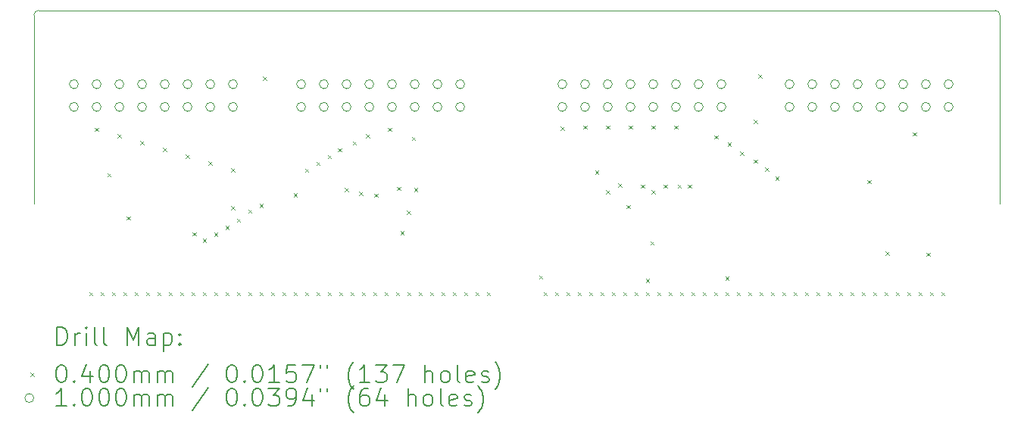
<source format=gbr>
%TF.GenerationSoftware,KiCad,Pcbnew,7.0.9*%
%TF.CreationDate,2024-01-22T22:05:12+01:00*%
%TF.ProjectId,simm72,73696d6d-3732-42e6-9b69-6361645f7063,A*%
%TF.SameCoordinates,Original*%
%TF.FileFunction,Drillmap*%
%TF.FilePolarity,Positive*%
%FSLAX45Y45*%
G04 Gerber Fmt 4.5, Leading zero omitted, Abs format (unit mm)*
G04 Created by KiCad (PCBNEW 7.0.9) date 2024-01-22 22:05:12*
%MOMM*%
%LPD*%
G01*
G04 APERTURE LIST*
%ADD10C,0.050000*%
%ADD11C,0.200000*%
%ADD12C,0.100000*%
G04 APERTURE END LIST*
D10*
X5153300Y-8115500D02*
G75*
G03*
X5102500Y-8166300I0J-50800D01*
G01*
X15897500Y-8166300D02*
G75*
G03*
X15846700Y-8115500I-50800J0D01*
G01*
X15897500Y-8417760D02*
X15897580Y-10274500D01*
X5102500Y-8417760D02*
X5102500Y-8166300D01*
X15897500Y-8417760D02*
X15897500Y-8166300D01*
X5102500Y-8417760D02*
X5102580Y-10274500D01*
X15846700Y-8115500D02*
X5153300Y-8115500D01*
D11*
D12*
X5717500Y-11265420D02*
X5757500Y-11305420D01*
X5757500Y-11265420D02*
X5717500Y-11305420D01*
X5782500Y-9429000D02*
X5822500Y-9469000D01*
X5822500Y-9429000D02*
X5782500Y-9469000D01*
X5844500Y-11265420D02*
X5884500Y-11305420D01*
X5884500Y-11265420D02*
X5844500Y-11305420D01*
X5920700Y-9937000D02*
X5960700Y-9977000D01*
X5960700Y-9937000D02*
X5920700Y-9977000D01*
X5971500Y-11265420D02*
X6011500Y-11305420D01*
X6011500Y-11265420D02*
X5971500Y-11305420D01*
X6036500Y-9501450D02*
X6076500Y-9541450D01*
X6076500Y-9501450D02*
X6036500Y-9541450D01*
X6098500Y-11265420D02*
X6138500Y-11305420D01*
X6138500Y-11265420D02*
X6098500Y-11305420D01*
X6136600Y-10419600D02*
X6176600Y-10459600D01*
X6176600Y-10419600D02*
X6136600Y-10459600D01*
X6225500Y-11265420D02*
X6265500Y-11305420D01*
X6265500Y-11265420D02*
X6225500Y-11305420D01*
X6290500Y-9573900D02*
X6330500Y-9613900D01*
X6330500Y-9573900D02*
X6290500Y-9613900D01*
X6352500Y-11265420D02*
X6392500Y-11305420D01*
X6392500Y-11265420D02*
X6352500Y-11305420D01*
X6479500Y-11265420D02*
X6519500Y-11305420D01*
X6519500Y-11265420D02*
X6479500Y-11305420D01*
X6544500Y-9653850D02*
X6584500Y-9693850D01*
X6584500Y-9653850D02*
X6544500Y-9693850D01*
X6606500Y-11265420D02*
X6646500Y-11305420D01*
X6646500Y-11265420D02*
X6606500Y-11305420D01*
X6733500Y-11265420D02*
X6773500Y-11305420D01*
X6773500Y-11265420D02*
X6733500Y-11305420D01*
X6798500Y-9730050D02*
X6838500Y-9770050D01*
X6838500Y-9730050D02*
X6798500Y-9770050D01*
X6860500Y-11265420D02*
X6900500Y-11305420D01*
X6900500Y-11265420D02*
X6860500Y-11305420D01*
X6873200Y-10597400D02*
X6913200Y-10637400D01*
X6913200Y-10597400D02*
X6873200Y-10637400D01*
X6987500Y-10670470D02*
X7027500Y-10710470D01*
X7027500Y-10670470D02*
X6987500Y-10710470D01*
X6987500Y-11265420D02*
X7027500Y-11305420D01*
X7027500Y-11265420D02*
X6987500Y-11305420D01*
X7052500Y-9806250D02*
X7092500Y-9846250D01*
X7092500Y-9806250D02*
X7052500Y-9846250D01*
X7114500Y-10598020D02*
X7154500Y-10638020D01*
X7154500Y-10598020D02*
X7114500Y-10638020D01*
X7114500Y-11265420D02*
X7154500Y-11305420D01*
X7154500Y-11265420D02*
X7114500Y-11305420D01*
X7241500Y-10525570D02*
X7281500Y-10565570D01*
X7281500Y-10525570D02*
X7241500Y-10565570D01*
X7241500Y-11265420D02*
X7281500Y-11305420D01*
X7281500Y-11265420D02*
X7241500Y-11305420D01*
X7305000Y-10305300D02*
X7345000Y-10345300D01*
X7345000Y-10305300D02*
X7305000Y-10345300D01*
X7306500Y-9882450D02*
X7346500Y-9922450D01*
X7346500Y-9882450D02*
X7306500Y-9922450D01*
X7368500Y-10445000D02*
X7408500Y-10485000D01*
X7408500Y-10445000D02*
X7368500Y-10485000D01*
X7368500Y-11265420D02*
X7408500Y-11305420D01*
X7408500Y-11265420D02*
X7368500Y-11305420D01*
X7495500Y-10343400D02*
X7535500Y-10383400D01*
X7535500Y-10343400D02*
X7495500Y-10383400D01*
X7495500Y-11265420D02*
X7535500Y-11305420D01*
X7535500Y-11265420D02*
X7495500Y-11305420D01*
X7622500Y-10279900D02*
X7662500Y-10319900D01*
X7662500Y-10279900D02*
X7622500Y-10319900D01*
X7622500Y-11265420D02*
X7662500Y-11305420D01*
X7662500Y-11265420D02*
X7622500Y-11305420D01*
X7660600Y-8857500D02*
X7700600Y-8897500D01*
X7700600Y-8857500D02*
X7660600Y-8897500D01*
X7749500Y-11265420D02*
X7789500Y-11305420D01*
X7789500Y-11265420D02*
X7749500Y-11305420D01*
X7876500Y-11265420D02*
X7916500Y-11305420D01*
X7916500Y-11265420D02*
X7876500Y-11305420D01*
X8003500Y-10160520D02*
X8043500Y-10200520D01*
X8043500Y-10160520D02*
X8003500Y-10200520D01*
X8003500Y-11265420D02*
X8043500Y-11305420D01*
X8043500Y-11265420D02*
X8003500Y-11305420D01*
X8130500Y-9886200D02*
X8170500Y-9926200D01*
X8170500Y-9886200D02*
X8130500Y-9926200D01*
X8130500Y-11265420D02*
X8170500Y-11305420D01*
X8170500Y-11265420D02*
X8130500Y-11305420D01*
X8257500Y-9810000D02*
X8297500Y-9850000D01*
X8297500Y-9810000D02*
X8257500Y-9850000D01*
X8257500Y-11265420D02*
X8297500Y-11305420D01*
X8297500Y-11265420D02*
X8257500Y-11305420D01*
X8384500Y-9733800D02*
X8424500Y-9773800D01*
X8424500Y-9733800D02*
X8384500Y-9773800D01*
X8384500Y-11265420D02*
X8424500Y-11305420D01*
X8424500Y-11265420D02*
X8384500Y-11305420D01*
X8498800Y-9657600D02*
X8538800Y-9697600D01*
X8538800Y-9657600D02*
X8498800Y-9697600D01*
X8511500Y-11265420D02*
X8551500Y-11305420D01*
X8551500Y-11265420D02*
X8511500Y-11305420D01*
X8576500Y-10102100D02*
X8616500Y-10142100D01*
X8616500Y-10102100D02*
X8576500Y-10142100D01*
X8638500Y-11265420D02*
X8678500Y-11305420D01*
X8678500Y-11265420D02*
X8638500Y-11305420D01*
X8663900Y-9581400D02*
X8703900Y-9621400D01*
X8703900Y-9581400D02*
X8663900Y-9621400D01*
X8733750Y-10146550D02*
X8773750Y-10186550D01*
X8773750Y-10146550D02*
X8733750Y-10186550D01*
X8765500Y-11265420D02*
X8805500Y-11305420D01*
X8805500Y-11265420D02*
X8765500Y-11305420D01*
X8812550Y-9501450D02*
X8852550Y-9541450D01*
X8852550Y-9501450D02*
X8812550Y-9541450D01*
X8892500Y-11265420D02*
X8932500Y-11305420D01*
X8932500Y-11265420D02*
X8892500Y-11305420D01*
X8905200Y-10165600D02*
X8945200Y-10205600D01*
X8945200Y-10165600D02*
X8905200Y-10205600D01*
X9019500Y-11265420D02*
X9059500Y-11305420D01*
X9059500Y-11265420D02*
X9019500Y-11305420D01*
X9057600Y-9429000D02*
X9097600Y-9469000D01*
X9097600Y-9429000D02*
X9057600Y-9469000D01*
X9146500Y-11265420D02*
X9186500Y-11305420D01*
X9186500Y-11265420D02*
X9146500Y-11305420D01*
X9159200Y-10089400D02*
X9199200Y-10129400D01*
X9199200Y-10089400D02*
X9159200Y-10129400D01*
X9197300Y-10584700D02*
X9237300Y-10624700D01*
X9237300Y-10584700D02*
X9197300Y-10624700D01*
X9271720Y-10354320D02*
X9311720Y-10394320D01*
X9311720Y-10354320D02*
X9271720Y-10394320D01*
X9273500Y-11265420D02*
X9313500Y-11305420D01*
X9313500Y-11265420D02*
X9273500Y-11305420D01*
X9324300Y-9530600D02*
X9364300Y-9570600D01*
X9364300Y-9530600D02*
X9324300Y-9570600D01*
X9349700Y-10102100D02*
X9389700Y-10142100D01*
X9389700Y-10102100D02*
X9349700Y-10142100D01*
X9400500Y-11265420D02*
X9440500Y-11305420D01*
X9440500Y-11265420D02*
X9400500Y-11305420D01*
X9527500Y-11265420D02*
X9567500Y-11305420D01*
X9567500Y-11265420D02*
X9527500Y-11305420D01*
X9654500Y-11265420D02*
X9694500Y-11305420D01*
X9694500Y-11265420D02*
X9654500Y-11305420D01*
X9781500Y-11265420D02*
X9821500Y-11305420D01*
X9821500Y-11265420D02*
X9781500Y-11305420D01*
X9908500Y-11265420D02*
X9948500Y-11305420D01*
X9948500Y-11265420D02*
X9908500Y-11305420D01*
X10035500Y-11265420D02*
X10075500Y-11305420D01*
X10075500Y-11265420D02*
X10035500Y-11305420D01*
X10162500Y-11265420D02*
X10202500Y-11305420D01*
X10202500Y-11265420D02*
X10162500Y-11305420D01*
X10746700Y-11080000D02*
X10786700Y-11120000D01*
X10786700Y-11080000D02*
X10746700Y-11120000D01*
X10797500Y-11265420D02*
X10837500Y-11305420D01*
X10837500Y-11265420D02*
X10797500Y-11305420D01*
X10924500Y-11265420D02*
X10964500Y-11305420D01*
X10964500Y-11265420D02*
X10924500Y-11305420D01*
X10988000Y-9416300D02*
X11028000Y-9456300D01*
X11028000Y-9416300D02*
X10988000Y-9456300D01*
X11051500Y-11265420D02*
X11091500Y-11305420D01*
X11091500Y-11265420D02*
X11051500Y-11305420D01*
X11178500Y-11265420D02*
X11218500Y-11305420D01*
X11218500Y-11265420D02*
X11178500Y-11305420D01*
X11242000Y-9403600D02*
X11282000Y-9443600D01*
X11282000Y-9403600D02*
X11242000Y-9443600D01*
X11305500Y-11265420D02*
X11345500Y-11305420D01*
X11345500Y-11265420D02*
X11305500Y-11305420D01*
X11374920Y-9905680D02*
X11414920Y-9945680D01*
X11414920Y-9905680D02*
X11374920Y-9945680D01*
X11432500Y-11265420D02*
X11472500Y-11305420D01*
X11472500Y-11265420D02*
X11432500Y-11305420D01*
X11496000Y-9403600D02*
X11536000Y-9443600D01*
X11536000Y-9403600D02*
X11496000Y-9443600D01*
X11496000Y-10127500D02*
X11536000Y-10167500D01*
X11536000Y-10127500D02*
X11496000Y-10167500D01*
X11559500Y-11265420D02*
X11599500Y-11305420D01*
X11599500Y-11265420D02*
X11559500Y-11305420D01*
X11632500Y-10051300D02*
X11672500Y-10091300D01*
X11672500Y-10051300D02*
X11632500Y-10091300D01*
X11686500Y-11265420D02*
X11726500Y-11305420D01*
X11726500Y-11265420D02*
X11686500Y-11305420D01*
X11724600Y-10292600D02*
X11764600Y-10332600D01*
X11764600Y-10292600D02*
X11724600Y-10332600D01*
X11750000Y-9403600D02*
X11790000Y-9443600D01*
X11790000Y-9403600D02*
X11750000Y-9443600D01*
X11813500Y-11265420D02*
X11853500Y-11305420D01*
X11853500Y-11265420D02*
X11813500Y-11305420D01*
X11886500Y-10064000D02*
X11926500Y-10104000D01*
X11926500Y-10064000D02*
X11886500Y-10104000D01*
X11940500Y-11118100D02*
X11980500Y-11158100D01*
X11980500Y-11118100D02*
X11940500Y-11158100D01*
X11940500Y-11265420D02*
X11980500Y-11305420D01*
X11980500Y-11265420D02*
X11940500Y-11305420D01*
X11991300Y-10699000D02*
X12031300Y-10739000D01*
X12031300Y-10699000D02*
X11991300Y-10739000D01*
X12004000Y-9403600D02*
X12044000Y-9443600D01*
X12044000Y-9403600D02*
X12004000Y-9443600D01*
X12004000Y-10127500D02*
X12044000Y-10167500D01*
X12044000Y-10127500D02*
X12004000Y-10167500D01*
X12067500Y-11265420D02*
X12107500Y-11305420D01*
X12107500Y-11265420D02*
X12067500Y-11305420D01*
X12140500Y-10064000D02*
X12180500Y-10104000D01*
X12180500Y-10064000D02*
X12140500Y-10104000D01*
X12194500Y-11265420D02*
X12234500Y-11305420D01*
X12234500Y-11265420D02*
X12194500Y-11305420D01*
X12258000Y-9403600D02*
X12298000Y-9443600D01*
X12298000Y-9403600D02*
X12258000Y-9443600D01*
X12296100Y-10064000D02*
X12336100Y-10104000D01*
X12336100Y-10064000D02*
X12296100Y-10104000D01*
X12321500Y-11265420D02*
X12361500Y-11305420D01*
X12361500Y-11265420D02*
X12321500Y-11305420D01*
X12410400Y-10064000D02*
X12450400Y-10104000D01*
X12450400Y-10064000D02*
X12410400Y-10104000D01*
X12448500Y-11265420D02*
X12488500Y-11305420D01*
X12488500Y-11265420D02*
X12448500Y-11305420D01*
X12575500Y-11265420D02*
X12615500Y-11305420D01*
X12615500Y-11265420D02*
X12575500Y-11305420D01*
X12702500Y-11265420D02*
X12742500Y-11305420D01*
X12742500Y-11265420D02*
X12702500Y-11305420D01*
X12709280Y-9511980D02*
X12749280Y-9551980D01*
X12749280Y-9511980D02*
X12709280Y-9551980D01*
X12829500Y-11092700D02*
X12869500Y-11132700D01*
X12869500Y-11092700D02*
X12829500Y-11132700D01*
X12829500Y-11265420D02*
X12869500Y-11305420D01*
X12869500Y-11265420D02*
X12829500Y-11305420D01*
X12854900Y-9594100D02*
X12894900Y-9634100D01*
X12894900Y-9594100D02*
X12854900Y-9634100D01*
X12956500Y-11265420D02*
X12996500Y-11305420D01*
X12996500Y-11265420D02*
X12956500Y-11305420D01*
X12994600Y-9695700D02*
X13034600Y-9735700D01*
X13034600Y-9695700D02*
X12994600Y-9735700D01*
X13083500Y-11265420D02*
X13123500Y-11305420D01*
X13123500Y-11265420D02*
X13083500Y-11305420D01*
X13147000Y-9340100D02*
X13187000Y-9380100D01*
X13187000Y-9340100D02*
X13147000Y-9380100D01*
X13147000Y-9784600D02*
X13187000Y-9824600D01*
X13187000Y-9784600D02*
X13147000Y-9824600D01*
X13197800Y-8832100D02*
X13237800Y-8872100D01*
X13237800Y-8832100D02*
X13197800Y-8872100D01*
X13210500Y-11265420D02*
X13250500Y-11305420D01*
X13250500Y-11265420D02*
X13210500Y-11305420D01*
X13274000Y-9873500D02*
X13314000Y-9913500D01*
X13314000Y-9873500D02*
X13274000Y-9913500D01*
X13337500Y-11265420D02*
X13377500Y-11305420D01*
X13377500Y-11265420D02*
X13337500Y-11305420D01*
X13388300Y-9975100D02*
X13428300Y-10015100D01*
X13428300Y-9975100D02*
X13388300Y-10015100D01*
X13464500Y-11265420D02*
X13504500Y-11305420D01*
X13504500Y-11265420D02*
X13464500Y-11305420D01*
X13591500Y-11265420D02*
X13631500Y-11305420D01*
X13631500Y-11265420D02*
X13591500Y-11305420D01*
X13718500Y-11265420D02*
X13758500Y-11305420D01*
X13758500Y-11265420D02*
X13718500Y-11305420D01*
X13845500Y-11265420D02*
X13885500Y-11305420D01*
X13885500Y-11265420D02*
X13845500Y-11305420D01*
X13972500Y-11265420D02*
X14012500Y-11305420D01*
X14012500Y-11265420D02*
X13972500Y-11305420D01*
X14099500Y-11265420D02*
X14139500Y-11305420D01*
X14139500Y-11265420D02*
X14099500Y-11305420D01*
X14226500Y-11265420D02*
X14266500Y-11305420D01*
X14266500Y-11265420D02*
X14226500Y-11305420D01*
X14353500Y-11265420D02*
X14393500Y-11305420D01*
X14393500Y-11265420D02*
X14353500Y-11305420D01*
X14417000Y-10013200D02*
X14457000Y-10053200D01*
X14457000Y-10013200D02*
X14417000Y-10053200D01*
X14480500Y-11265420D02*
X14520500Y-11305420D01*
X14520500Y-11265420D02*
X14480500Y-11305420D01*
X14607500Y-11265420D02*
X14647500Y-11305420D01*
X14647500Y-11265420D02*
X14607500Y-11305420D01*
X14620200Y-10813300D02*
X14660200Y-10853300D01*
X14660200Y-10813300D02*
X14620200Y-10853300D01*
X14734500Y-11265420D02*
X14774500Y-11305420D01*
X14774500Y-11265420D02*
X14734500Y-11305420D01*
X14861500Y-11265420D02*
X14901500Y-11305420D01*
X14901500Y-11265420D02*
X14861500Y-11305420D01*
X14925000Y-9479800D02*
X14965000Y-9519800D01*
X14965000Y-9479800D02*
X14925000Y-9519800D01*
X14988500Y-11265420D02*
X15028500Y-11305420D01*
X15028500Y-11265420D02*
X14988500Y-11305420D01*
X15077400Y-10826000D02*
X15117400Y-10866000D01*
X15117400Y-10826000D02*
X15077400Y-10866000D01*
X15115500Y-11265420D02*
X15155500Y-11305420D01*
X15155500Y-11265420D02*
X15115500Y-11305420D01*
X15242500Y-11265420D02*
X15282500Y-11305420D01*
X15282500Y-11265420D02*
X15242500Y-11305420D01*
X5598500Y-8941500D02*
G75*
G03*
X5598500Y-8941500I-50000J0D01*
G01*
X5598500Y-9195500D02*
G75*
G03*
X5598500Y-9195500I-50000J0D01*
G01*
X5852500Y-8941500D02*
G75*
G03*
X5852500Y-8941500I-50000J0D01*
G01*
X5852500Y-9195500D02*
G75*
G03*
X5852500Y-9195500I-50000J0D01*
G01*
X6106500Y-8941500D02*
G75*
G03*
X6106500Y-8941500I-50000J0D01*
G01*
X6106500Y-9195500D02*
G75*
G03*
X6106500Y-9195500I-50000J0D01*
G01*
X6360500Y-8941500D02*
G75*
G03*
X6360500Y-8941500I-50000J0D01*
G01*
X6360500Y-9195500D02*
G75*
G03*
X6360500Y-9195500I-50000J0D01*
G01*
X6614500Y-8941500D02*
G75*
G03*
X6614500Y-8941500I-50000J0D01*
G01*
X6614500Y-9195500D02*
G75*
G03*
X6614500Y-9195500I-50000J0D01*
G01*
X6868500Y-8941500D02*
G75*
G03*
X6868500Y-8941500I-50000J0D01*
G01*
X6868500Y-9195500D02*
G75*
G03*
X6868500Y-9195500I-50000J0D01*
G01*
X7122500Y-8941500D02*
G75*
G03*
X7122500Y-8941500I-50000J0D01*
G01*
X7122500Y-9195500D02*
G75*
G03*
X7122500Y-9195500I-50000J0D01*
G01*
X7376500Y-8941500D02*
G75*
G03*
X7376500Y-8941500I-50000J0D01*
G01*
X7376500Y-9195500D02*
G75*
G03*
X7376500Y-9195500I-50000J0D01*
G01*
X8138500Y-8941500D02*
G75*
G03*
X8138500Y-8941500I-50000J0D01*
G01*
X8138500Y-9195500D02*
G75*
G03*
X8138500Y-9195500I-50000J0D01*
G01*
X8392500Y-8941500D02*
G75*
G03*
X8392500Y-8941500I-50000J0D01*
G01*
X8392500Y-9195500D02*
G75*
G03*
X8392500Y-9195500I-50000J0D01*
G01*
X8646500Y-8941500D02*
G75*
G03*
X8646500Y-8941500I-50000J0D01*
G01*
X8646500Y-9195500D02*
G75*
G03*
X8646500Y-9195500I-50000J0D01*
G01*
X8900500Y-8941500D02*
G75*
G03*
X8900500Y-8941500I-50000J0D01*
G01*
X8900500Y-9195500D02*
G75*
G03*
X8900500Y-9195500I-50000J0D01*
G01*
X9154500Y-8941500D02*
G75*
G03*
X9154500Y-8941500I-50000J0D01*
G01*
X9154500Y-9195500D02*
G75*
G03*
X9154500Y-9195500I-50000J0D01*
G01*
X9408500Y-8941500D02*
G75*
G03*
X9408500Y-8941500I-50000J0D01*
G01*
X9408500Y-9195500D02*
G75*
G03*
X9408500Y-9195500I-50000J0D01*
G01*
X9662500Y-8941500D02*
G75*
G03*
X9662500Y-8941500I-50000J0D01*
G01*
X9662500Y-9195500D02*
G75*
G03*
X9662500Y-9195500I-50000J0D01*
G01*
X9916500Y-8941500D02*
G75*
G03*
X9916500Y-8941500I-50000J0D01*
G01*
X9916500Y-9195500D02*
G75*
G03*
X9916500Y-9195500I-50000J0D01*
G01*
X11058000Y-8941500D02*
G75*
G03*
X11058000Y-8941500I-50000J0D01*
G01*
X11058000Y-9195500D02*
G75*
G03*
X11058000Y-9195500I-50000J0D01*
G01*
X11312000Y-8941500D02*
G75*
G03*
X11312000Y-8941500I-50000J0D01*
G01*
X11312000Y-9195500D02*
G75*
G03*
X11312000Y-9195500I-50000J0D01*
G01*
X11566000Y-8941500D02*
G75*
G03*
X11566000Y-8941500I-50000J0D01*
G01*
X11566000Y-9195500D02*
G75*
G03*
X11566000Y-9195500I-50000J0D01*
G01*
X11820000Y-8941500D02*
G75*
G03*
X11820000Y-8941500I-50000J0D01*
G01*
X11820000Y-9195500D02*
G75*
G03*
X11820000Y-9195500I-50000J0D01*
G01*
X12074000Y-8941500D02*
G75*
G03*
X12074000Y-8941500I-50000J0D01*
G01*
X12074000Y-9195500D02*
G75*
G03*
X12074000Y-9195500I-50000J0D01*
G01*
X12328000Y-8941500D02*
G75*
G03*
X12328000Y-8941500I-50000J0D01*
G01*
X12328000Y-9195500D02*
G75*
G03*
X12328000Y-9195500I-50000J0D01*
G01*
X12582000Y-8941500D02*
G75*
G03*
X12582000Y-8941500I-50000J0D01*
G01*
X12582000Y-9195500D02*
G75*
G03*
X12582000Y-9195500I-50000J0D01*
G01*
X12836000Y-8941500D02*
G75*
G03*
X12836000Y-8941500I-50000J0D01*
G01*
X12836000Y-9195500D02*
G75*
G03*
X12836000Y-9195500I-50000J0D01*
G01*
X13598000Y-8941500D02*
G75*
G03*
X13598000Y-8941500I-50000J0D01*
G01*
X13598000Y-9195500D02*
G75*
G03*
X13598000Y-9195500I-50000J0D01*
G01*
X13852000Y-8941500D02*
G75*
G03*
X13852000Y-8941500I-50000J0D01*
G01*
X13852000Y-9195500D02*
G75*
G03*
X13852000Y-9195500I-50000J0D01*
G01*
X14106000Y-8941500D02*
G75*
G03*
X14106000Y-8941500I-50000J0D01*
G01*
X14106000Y-9195500D02*
G75*
G03*
X14106000Y-9195500I-50000J0D01*
G01*
X14360000Y-8941500D02*
G75*
G03*
X14360000Y-8941500I-50000J0D01*
G01*
X14360000Y-9195500D02*
G75*
G03*
X14360000Y-9195500I-50000J0D01*
G01*
X14614000Y-8941500D02*
G75*
G03*
X14614000Y-8941500I-50000J0D01*
G01*
X14614000Y-9195500D02*
G75*
G03*
X14614000Y-9195500I-50000J0D01*
G01*
X14868000Y-8941500D02*
G75*
G03*
X14868000Y-8941500I-50000J0D01*
G01*
X14868000Y-9195500D02*
G75*
G03*
X14868000Y-9195500I-50000J0D01*
G01*
X15122000Y-8941500D02*
G75*
G03*
X15122000Y-8941500I-50000J0D01*
G01*
X15122000Y-9195500D02*
G75*
G03*
X15122000Y-9195500I-50000J0D01*
G01*
X15376000Y-8941500D02*
G75*
G03*
X15376000Y-8941500I-50000J0D01*
G01*
X15376000Y-9195500D02*
G75*
G03*
X15376000Y-9195500I-50000J0D01*
G01*
D11*
X5360777Y-11858484D02*
X5360777Y-11658484D01*
X5360777Y-11658484D02*
X5408396Y-11658484D01*
X5408396Y-11658484D02*
X5436967Y-11668008D01*
X5436967Y-11668008D02*
X5456015Y-11687055D01*
X5456015Y-11687055D02*
X5465539Y-11706103D01*
X5465539Y-11706103D02*
X5475063Y-11744198D01*
X5475063Y-11744198D02*
X5475063Y-11772769D01*
X5475063Y-11772769D02*
X5465539Y-11810865D01*
X5465539Y-11810865D02*
X5456015Y-11829912D01*
X5456015Y-11829912D02*
X5436967Y-11848960D01*
X5436967Y-11848960D02*
X5408396Y-11858484D01*
X5408396Y-11858484D02*
X5360777Y-11858484D01*
X5560777Y-11858484D02*
X5560777Y-11725150D01*
X5560777Y-11763246D02*
X5570301Y-11744198D01*
X5570301Y-11744198D02*
X5579824Y-11734674D01*
X5579824Y-11734674D02*
X5598872Y-11725150D01*
X5598872Y-11725150D02*
X5617920Y-11725150D01*
X5684586Y-11858484D02*
X5684586Y-11725150D01*
X5684586Y-11658484D02*
X5675062Y-11668008D01*
X5675062Y-11668008D02*
X5684586Y-11677531D01*
X5684586Y-11677531D02*
X5694110Y-11668008D01*
X5694110Y-11668008D02*
X5684586Y-11658484D01*
X5684586Y-11658484D02*
X5684586Y-11677531D01*
X5808396Y-11858484D02*
X5789348Y-11848960D01*
X5789348Y-11848960D02*
X5779824Y-11829912D01*
X5779824Y-11829912D02*
X5779824Y-11658484D01*
X5913158Y-11858484D02*
X5894110Y-11848960D01*
X5894110Y-11848960D02*
X5884586Y-11829912D01*
X5884586Y-11829912D02*
X5884586Y-11658484D01*
X6141729Y-11858484D02*
X6141729Y-11658484D01*
X6141729Y-11658484D02*
X6208396Y-11801341D01*
X6208396Y-11801341D02*
X6275062Y-11658484D01*
X6275062Y-11658484D02*
X6275062Y-11858484D01*
X6456015Y-11858484D02*
X6456015Y-11753722D01*
X6456015Y-11753722D02*
X6446491Y-11734674D01*
X6446491Y-11734674D02*
X6427443Y-11725150D01*
X6427443Y-11725150D02*
X6389348Y-11725150D01*
X6389348Y-11725150D02*
X6370301Y-11734674D01*
X6456015Y-11848960D02*
X6436967Y-11858484D01*
X6436967Y-11858484D02*
X6389348Y-11858484D01*
X6389348Y-11858484D02*
X6370301Y-11848960D01*
X6370301Y-11848960D02*
X6360777Y-11829912D01*
X6360777Y-11829912D02*
X6360777Y-11810865D01*
X6360777Y-11810865D02*
X6370301Y-11791817D01*
X6370301Y-11791817D02*
X6389348Y-11782293D01*
X6389348Y-11782293D02*
X6436967Y-11782293D01*
X6436967Y-11782293D02*
X6456015Y-11772769D01*
X6551253Y-11725150D02*
X6551253Y-11925150D01*
X6551253Y-11734674D02*
X6570301Y-11725150D01*
X6570301Y-11725150D02*
X6608396Y-11725150D01*
X6608396Y-11725150D02*
X6627443Y-11734674D01*
X6627443Y-11734674D02*
X6636967Y-11744198D01*
X6636967Y-11744198D02*
X6646491Y-11763246D01*
X6646491Y-11763246D02*
X6646491Y-11820388D01*
X6646491Y-11820388D02*
X6636967Y-11839436D01*
X6636967Y-11839436D02*
X6627443Y-11848960D01*
X6627443Y-11848960D02*
X6608396Y-11858484D01*
X6608396Y-11858484D02*
X6570301Y-11858484D01*
X6570301Y-11858484D02*
X6551253Y-11848960D01*
X6732205Y-11839436D02*
X6741729Y-11848960D01*
X6741729Y-11848960D02*
X6732205Y-11858484D01*
X6732205Y-11858484D02*
X6722682Y-11848960D01*
X6722682Y-11848960D02*
X6732205Y-11839436D01*
X6732205Y-11839436D02*
X6732205Y-11858484D01*
X6732205Y-11734674D02*
X6741729Y-11744198D01*
X6741729Y-11744198D02*
X6732205Y-11753722D01*
X6732205Y-11753722D02*
X6722682Y-11744198D01*
X6722682Y-11744198D02*
X6732205Y-11734674D01*
X6732205Y-11734674D02*
X6732205Y-11753722D01*
D12*
X5060000Y-12167000D02*
X5100000Y-12207000D01*
X5100000Y-12167000D02*
X5060000Y-12207000D01*
D11*
X5398872Y-12078484D02*
X5417920Y-12078484D01*
X5417920Y-12078484D02*
X5436967Y-12088008D01*
X5436967Y-12088008D02*
X5446491Y-12097531D01*
X5446491Y-12097531D02*
X5456015Y-12116579D01*
X5456015Y-12116579D02*
X5465539Y-12154674D01*
X5465539Y-12154674D02*
X5465539Y-12202293D01*
X5465539Y-12202293D02*
X5456015Y-12240388D01*
X5456015Y-12240388D02*
X5446491Y-12259436D01*
X5446491Y-12259436D02*
X5436967Y-12268960D01*
X5436967Y-12268960D02*
X5417920Y-12278484D01*
X5417920Y-12278484D02*
X5398872Y-12278484D01*
X5398872Y-12278484D02*
X5379824Y-12268960D01*
X5379824Y-12268960D02*
X5370301Y-12259436D01*
X5370301Y-12259436D02*
X5360777Y-12240388D01*
X5360777Y-12240388D02*
X5351253Y-12202293D01*
X5351253Y-12202293D02*
X5351253Y-12154674D01*
X5351253Y-12154674D02*
X5360777Y-12116579D01*
X5360777Y-12116579D02*
X5370301Y-12097531D01*
X5370301Y-12097531D02*
X5379824Y-12088008D01*
X5379824Y-12088008D02*
X5398872Y-12078484D01*
X5551253Y-12259436D02*
X5560777Y-12268960D01*
X5560777Y-12268960D02*
X5551253Y-12278484D01*
X5551253Y-12278484D02*
X5541729Y-12268960D01*
X5541729Y-12268960D02*
X5551253Y-12259436D01*
X5551253Y-12259436D02*
X5551253Y-12278484D01*
X5732205Y-12145150D02*
X5732205Y-12278484D01*
X5684586Y-12068960D02*
X5636967Y-12211817D01*
X5636967Y-12211817D02*
X5760777Y-12211817D01*
X5875062Y-12078484D02*
X5894110Y-12078484D01*
X5894110Y-12078484D02*
X5913158Y-12088008D01*
X5913158Y-12088008D02*
X5922682Y-12097531D01*
X5922682Y-12097531D02*
X5932205Y-12116579D01*
X5932205Y-12116579D02*
X5941729Y-12154674D01*
X5941729Y-12154674D02*
X5941729Y-12202293D01*
X5941729Y-12202293D02*
X5932205Y-12240388D01*
X5932205Y-12240388D02*
X5922682Y-12259436D01*
X5922682Y-12259436D02*
X5913158Y-12268960D01*
X5913158Y-12268960D02*
X5894110Y-12278484D01*
X5894110Y-12278484D02*
X5875062Y-12278484D01*
X5875062Y-12278484D02*
X5856015Y-12268960D01*
X5856015Y-12268960D02*
X5846491Y-12259436D01*
X5846491Y-12259436D02*
X5836967Y-12240388D01*
X5836967Y-12240388D02*
X5827443Y-12202293D01*
X5827443Y-12202293D02*
X5827443Y-12154674D01*
X5827443Y-12154674D02*
X5836967Y-12116579D01*
X5836967Y-12116579D02*
X5846491Y-12097531D01*
X5846491Y-12097531D02*
X5856015Y-12088008D01*
X5856015Y-12088008D02*
X5875062Y-12078484D01*
X6065539Y-12078484D02*
X6084586Y-12078484D01*
X6084586Y-12078484D02*
X6103634Y-12088008D01*
X6103634Y-12088008D02*
X6113158Y-12097531D01*
X6113158Y-12097531D02*
X6122682Y-12116579D01*
X6122682Y-12116579D02*
X6132205Y-12154674D01*
X6132205Y-12154674D02*
X6132205Y-12202293D01*
X6132205Y-12202293D02*
X6122682Y-12240388D01*
X6122682Y-12240388D02*
X6113158Y-12259436D01*
X6113158Y-12259436D02*
X6103634Y-12268960D01*
X6103634Y-12268960D02*
X6084586Y-12278484D01*
X6084586Y-12278484D02*
X6065539Y-12278484D01*
X6065539Y-12278484D02*
X6046491Y-12268960D01*
X6046491Y-12268960D02*
X6036967Y-12259436D01*
X6036967Y-12259436D02*
X6027443Y-12240388D01*
X6027443Y-12240388D02*
X6017920Y-12202293D01*
X6017920Y-12202293D02*
X6017920Y-12154674D01*
X6017920Y-12154674D02*
X6027443Y-12116579D01*
X6027443Y-12116579D02*
X6036967Y-12097531D01*
X6036967Y-12097531D02*
X6046491Y-12088008D01*
X6046491Y-12088008D02*
X6065539Y-12078484D01*
X6217920Y-12278484D02*
X6217920Y-12145150D01*
X6217920Y-12164198D02*
X6227443Y-12154674D01*
X6227443Y-12154674D02*
X6246491Y-12145150D01*
X6246491Y-12145150D02*
X6275063Y-12145150D01*
X6275063Y-12145150D02*
X6294110Y-12154674D01*
X6294110Y-12154674D02*
X6303634Y-12173722D01*
X6303634Y-12173722D02*
X6303634Y-12278484D01*
X6303634Y-12173722D02*
X6313158Y-12154674D01*
X6313158Y-12154674D02*
X6332205Y-12145150D01*
X6332205Y-12145150D02*
X6360777Y-12145150D01*
X6360777Y-12145150D02*
X6379824Y-12154674D01*
X6379824Y-12154674D02*
X6389348Y-12173722D01*
X6389348Y-12173722D02*
X6389348Y-12278484D01*
X6484586Y-12278484D02*
X6484586Y-12145150D01*
X6484586Y-12164198D02*
X6494110Y-12154674D01*
X6494110Y-12154674D02*
X6513158Y-12145150D01*
X6513158Y-12145150D02*
X6541729Y-12145150D01*
X6541729Y-12145150D02*
X6560777Y-12154674D01*
X6560777Y-12154674D02*
X6570301Y-12173722D01*
X6570301Y-12173722D02*
X6570301Y-12278484D01*
X6570301Y-12173722D02*
X6579824Y-12154674D01*
X6579824Y-12154674D02*
X6598872Y-12145150D01*
X6598872Y-12145150D02*
X6627443Y-12145150D01*
X6627443Y-12145150D02*
X6646491Y-12154674D01*
X6646491Y-12154674D02*
X6656015Y-12173722D01*
X6656015Y-12173722D02*
X6656015Y-12278484D01*
X7046491Y-12068960D02*
X6875063Y-12326103D01*
X7303634Y-12078484D02*
X7322682Y-12078484D01*
X7322682Y-12078484D02*
X7341729Y-12088008D01*
X7341729Y-12088008D02*
X7351253Y-12097531D01*
X7351253Y-12097531D02*
X7360777Y-12116579D01*
X7360777Y-12116579D02*
X7370301Y-12154674D01*
X7370301Y-12154674D02*
X7370301Y-12202293D01*
X7370301Y-12202293D02*
X7360777Y-12240388D01*
X7360777Y-12240388D02*
X7351253Y-12259436D01*
X7351253Y-12259436D02*
X7341729Y-12268960D01*
X7341729Y-12268960D02*
X7322682Y-12278484D01*
X7322682Y-12278484D02*
X7303634Y-12278484D01*
X7303634Y-12278484D02*
X7284586Y-12268960D01*
X7284586Y-12268960D02*
X7275063Y-12259436D01*
X7275063Y-12259436D02*
X7265539Y-12240388D01*
X7265539Y-12240388D02*
X7256015Y-12202293D01*
X7256015Y-12202293D02*
X7256015Y-12154674D01*
X7256015Y-12154674D02*
X7265539Y-12116579D01*
X7265539Y-12116579D02*
X7275063Y-12097531D01*
X7275063Y-12097531D02*
X7284586Y-12088008D01*
X7284586Y-12088008D02*
X7303634Y-12078484D01*
X7456015Y-12259436D02*
X7465539Y-12268960D01*
X7465539Y-12268960D02*
X7456015Y-12278484D01*
X7456015Y-12278484D02*
X7446491Y-12268960D01*
X7446491Y-12268960D02*
X7456015Y-12259436D01*
X7456015Y-12259436D02*
X7456015Y-12278484D01*
X7589348Y-12078484D02*
X7608396Y-12078484D01*
X7608396Y-12078484D02*
X7627444Y-12088008D01*
X7627444Y-12088008D02*
X7636967Y-12097531D01*
X7636967Y-12097531D02*
X7646491Y-12116579D01*
X7646491Y-12116579D02*
X7656015Y-12154674D01*
X7656015Y-12154674D02*
X7656015Y-12202293D01*
X7656015Y-12202293D02*
X7646491Y-12240388D01*
X7646491Y-12240388D02*
X7636967Y-12259436D01*
X7636967Y-12259436D02*
X7627444Y-12268960D01*
X7627444Y-12268960D02*
X7608396Y-12278484D01*
X7608396Y-12278484D02*
X7589348Y-12278484D01*
X7589348Y-12278484D02*
X7570301Y-12268960D01*
X7570301Y-12268960D02*
X7560777Y-12259436D01*
X7560777Y-12259436D02*
X7551253Y-12240388D01*
X7551253Y-12240388D02*
X7541729Y-12202293D01*
X7541729Y-12202293D02*
X7541729Y-12154674D01*
X7541729Y-12154674D02*
X7551253Y-12116579D01*
X7551253Y-12116579D02*
X7560777Y-12097531D01*
X7560777Y-12097531D02*
X7570301Y-12088008D01*
X7570301Y-12088008D02*
X7589348Y-12078484D01*
X7846491Y-12278484D02*
X7732206Y-12278484D01*
X7789348Y-12278484D02*
X7789348Y-12078484D01*
X7789348Y-12078484D02*
X7770301Y-12107055D01*
X7770301Y-12107055D02*
X7751253Y-12126103D01*
X7751253Y-12126103D02*
X7732206Y-12135627D01*
X8027444Y-12078484D02*
X7932206Y-12078484D01*
X7932206Y-12078484D02*
X7922682Y-12173722D01*
X7922682Y-12173722D02*
X7932206Y-12164198D01*
X7932206Y-12164198D02*
X7951253Y-12154674D01*
X7951253Y-12154674D02*
X7998872Y-12154674D01*
X7998872Y-12154674D02*
X8017920Y-12164198D01*
X8017920Y-12164198D02*
X8027444Y-12173722D01*
X8027444Y-12173722D02*
X8036967Y-12192769D01*
X8036967Y-12192769D02*
X8036967Y-12240388D01*
X8036967Y-12240388D02*
X8027444Y-12259436D01*
X8027444Y-12259436D02*
X8017920Y-12268960D01*
X8017920Y-12268960D02*
X7998872Y-12278484D01*
X7998872Y-12278484D02*
X7951253Y-12278484D01*
X7951253Y-12278484D02*
X7932206Y-12268960D01*
X7932206Y-12268960D02*
X7922682Y-12259436D01*
X8103634Y-12078484D02*
X8236967Y-12078484D01*
X8236967Y-12078484D02*
X8151253Y-12278484D01*
X8303634Y-12078484D02*
X8303634Y-12116579D01*
X8379825Y-12078484D02*
X8379825Y-12116579D01*
X8675063Y-12354674D02*
X8665539Y-12345150D01*
X8665539Y-12345150D02*
X8646491Y-12316579D01*
X8646491Y-12316579D02*
X8636968Y-12297531D01*
X8636968Y-12297531D02*
X8627444Y-12268960D01*
X8627444Y-12268960D02*
X8617920Y-12221341D01*
X8617920Y-12221341D02*
X8617920Y-12183246D01*
X8617920Y-12183246D02*
X8627444Y-12135627D01*
X8627444Y-12135627D02*
X8636968Y-12107055D01*
X8636968Y-12107055D02*
X8646491Y-12088008D01*
X8646491Y-12088008D02*
X8665539Y-12059436D01*
X8665539Y-12059436D02*
X8675063Y-12049912D01*
X8856015Y-12278484D02*
X8741730Y-12278484D01*
X8798872Y-12278484D02*
X8798872Y-12078484D01*
X8798872Y-12078484D02*
X8779825Y-12107055D01*
X8779825Y-12107055D02*
X8760777Y-12126103D01*
X8760777Y-12126103D02*
X8741730Y-12135627D01*
X8922682Y-12078484D02*
X9046491Y-12078484D01*
X9046491Y-12078484D02*
X8979825Y-12154674D01*
X8979825Y-12154674D02*
X9008396Y-12154674D01*
X9008396Y-12154674D02*
X9027444Y-12164198D01*
X9027444Y-12164198D02*
X9036968Y-12173722D01*
X9036968Y-12173722D02*
X9046491Y-12192769D01*
X9046491Y-12192769D02*
X9046491Y-12240388D01*
X9046491Y-12240388D02*
X9036968Y-12259436D01*
X9036968Y-12259436D02*
X9027444Y-12268960D01*
X9027444Y-12268960D02*
X9008396Y-12278484D01*
X9008396Y-12278484D02*
X8951253Y-12278484D01*
X8951253Y-12278484D02*
X8932206Y-12268960D01*
X8932206Y-12268960D02*
X8922682Y-12259436D01*
X9113158Y-12078484D02*
X9246491Y-12078484D01*
X9246491Y-12078484D02*
X9160777Y-12278484D01*
X9475063Y-12278484D02*
X9475063Y-12078484D01*
X9560777Y-12278484D02*
X9560777Y-12173722D01*
X9560777Y-12173722D02*
X9551253Y-12154674D01*
X9551253Y-12154674D02*
X9532206Y-12145150D01*
X9532206Y-12145150D02*
X9503634Y-12145150D01*
X9503634Y-12145150D02*
X9484587Y-12154674D01*
X9484587Y-12154674D02*
X9475063Y-12164198D01*
X9684587Y-12278484D02*
X9665539Y-12268960D01*
X9665539Y-12268960D02*
X9656015Y-12259436D01*
X9656015Y-12259436D02*
X9646492Y-12240388D01*
X9646492Y-12240388D02*
X9646492Y-12183246D01*
X9646492Y-12183246D02*
X9656015Y-12164198D01*
X9656015Y-12164198D02*
X9665539Y-12154674D01*
X9665539Y-12154674D02*
X9684587Y-12145150D01*
X9684587Y-12145150D02*
X9713158Y-12145150D01*
X9713158Y-12145150D02*
X9732206Y-12154674D01*
X9732206Y-12154674D02*
X9741730Y-12164198D01*
X9741730Y-12164198D02*
X9751253Y-12183246D01*
X9751253Y-12183246D02*
X9751253Y-12240388D01*
X9751253Y-12240388D02*
X9741730Y-12259436D01*
X9741730Y-12259436D02*
X9732206Y-12268960D01*
X9732206Y-12268960D02*
X9713158Y-12278484D01*
X9713158Y-12278484D02*
X9684587Y-12278484D01*
X9865539Y-12278484D02*
X9846492Y-12268960D01*
X9846492Y-12268960D02*
X9836968Y-12249912D01*
X9836968Y-12249912D02*
X9836968Y-12078484D01*
X10017920Y-12268960D02*
X9998873Y-12278484D01*
X9998873Y-12278484D02*
X9960777Y-12278484D01*
X9960777Y-12278484D02*
X9941730Y-12268960D01*
X9941730Y-12268960D02*
X9932206Y-12249912D01*
X9932206Y-12249912D02*
X9932206Y-12173722D01*
X9932206Y-12173722D02*
X9941730Y-12154674D01*
X9941730Y-12154674D02*
X9960777Y-12145150D01*
X9960777Y-12145150D02*
X9998873Y-12145150D01*
X9998873Y-12145150D02*
X10017920Y-12154674D01*
X10017920Y-12154674D02*
X10027444Y-12173722D01*
X10027444Y-12173722D02*
X10027444Y-12192769D01*
X10027444Y-12192769D02*
X9932206Y-12211817D01*
X10103634Y-12268960D02*
X10122682Y-12278484D01*
X10122682Y-12278484D02*
X10160777Y-12278484D01*
X10160777Y-12278484D02*
X10179825Y-12268960D01*
X10179825Y-12268960D02*
X10189349Y-12249912D01*
X10189349Y-12249912D02*
X10189349Y-12240388D01*
X10189349Y-12240388D02*
X10179825Y-12221341D01*
X10179825Y-12221341D02*
X10160777Y-12211817D01*
X10160777Y-12211817D02*
X10132206Y-12211817D01*
X10132206Y-12211817D02*
X10113158Y-12202293D01*
X10113158Y-12202293D02*
X10103634Y-12183246D01*
X10103634Y-12183246D02*
X10103634Y-12173722D01*
X10103634Y-12173722D02*
X10113158Y-12154674D01*
X10113158Y-12154674D02*
X10132206Y-12145150D01*
X10132206Y-12145150D02*
X10160777Y-12145150D01*
X10160777Y-12145150D02*
X10179825Y-12154674D01*
X10256015Y-12354674D02*
X10265539Y-12345150D01*
X10265539Y-12345150D02*
X10284587Y-12316579D01*
X10284587Y-12316579D02*
X10294111Y-12297531D01*
X10294111Y-12297531D02*
X10303634Y-12268960D01*
X10303634Y-12268960D02*
X10313158Y-12221341D01*
X10313158Y-12221341D02*
X10313158Y-12183246D01*
X10313158Y-12183246D02*
X10303634Y-12135627D01*
X10303634Y-12135627D02*
X10294111Y-12107055D01*
X10294111Y-12107055D02*
X10284587Y-12088008D01*
X10284587Y-12088008D02*
X10265539Y-12059436D01*
X10265539Y-12059436D02*
X10256015Y-12049912D01*
D12*
X5100000Y-12451000D02*
G75*
G03*
X5100000Y-12451000I-50000J0D01*
G01*
D11*
X5465539Y-12542484D02*
X5351253Y-12542484D01*
X5408396Y-12542484D02*
X5408396Y-12342484D01*
X5408396Y-12342484D02*
X5389348Y-12371055D01*
X5389348Y-12371055D02*
X5370301Y-12390103D01*
X5370301Y-12390103D02*
X5351253Y-12399627D01*
X5551253Y-12523436D02*
X5560777Y-12532960D01*
X5560777Y-12532960D02*
X5551253Y-12542484D01*
X5551253Y-12542484D02*
X5541729Y-12532960D01*
X5541729Y-12532960D02*
X5551253Y-12523436D01*
X5551253Y-12523436D02*
X5551253Y-12542484D01*
X5684586Y-12342484D02*
X5703634Y-12342484D01*
X5703634Y-12342484D02*
X5722682Y-12352008D01*
X5722682Y-12352008D02*
X5732205Y-12361531D01*
X5732205Y-12361531D02*
X5741729Y-12380579D01*
X5741729Y-12380579D02*
X5751253Y-12418674D01*
X5751253Y-12418674D02*
X5751253Y-12466293D01*
X5751253Y-12466293D02*
X5741729Y-12504388D01*
X5741729Y-12504388D02*
X5732205Y-12523436D01*
X5732205Y-12523436D02*
X5722682Y-12532960D01*
X5722682Y-12532960D02*
X5703634Y-12542484D01*
X5703634Y-12542484D02*
X5684586Y-12542484D01*
X5684586Y-12542484D02*
X5665539Y-12532960D01*
X5665539Y-12532960D02*
X5656015Y-12523436D01*
X5656015Y-12523436D02*
X5646491Y-12504388D01*
X5646491Y-12504388D02*
X5636967Y-12466293D01*
X5636967Y-12466293D02*
X5636967Y-12418674D01*
X5636967Y-12418674D02*
X5646491Y-12380579D01*
X5646491Y-12380579D02*
X5656015Y-12361531D01*
X5656015Y-12361531D02*
X5665539Y-12352008D01*
X5665539Y-12352008D02*
X5684586Y-12342484D01*
X5875062Y-12342484D02*
X5894110Y-12342484D01*
X5894110Y-12342484D02*
X5913158Y-12352008D01*
X5913158Y-12352008D02*
X5922682Y-12361531D01*
X5922682Y-12361531D02*
X5932205Y-12380579D01*
X5932205Y-12380579D02*
X5941729Y-12418674D01*
X5941729Y-12418674D02*
X5941729Y-12466293D01*
X5941729Y-12466293D02*
X5932205Y-12504388D01*
X5932205Y-12504388D02*
X5922682Y-12523436D01*
X5922682Y-12523436D02*
X5913158Y-12532960D01*
X5913158Y-12532960D02*
X5894110Y-12542484D01*
X5894110Y-12542484D02*
X5875062Y-12542484D01*
X5875062Y-12542484D02*
X5856015Y-12532960D01*
X5856015Y-12532960D02*
X5846491Y-12523436D01*
X5846491Y-12523436D02*
X5836967Y-12504388D01*
X5836967Y-12504388D02*
X5827443Y-12466293D01*
X5827443Y-12466293D02*
X5827443Y-12418674D01*
X5827443Y-12418674D02*
X5836967Y-12380579D01*
X5836967Y-12380579D02*
X5846491Y-12361531D01*
X5846491Y-12361531D02*
X5856015Y-12352008D01*
X5856015Y-12352008D02*
X5875062Y-12342484D01*
X6065539Y-12342484D02*
X6084586Y-12342484D01*
X6084586Y-12342484D02*
X6103634Y-12352008D01*
X6103634Y-12352008D02*
X6113158Y-12361531D01*
X6113158Y-12361531D02*
X6122682Y-12380579D01*
X6122682Y-12380579D02*
X6132205Y-12418674D01*
X6132205Y-12418674D02*
X6132205Y-12466293D01*
X6132205Y-12466293D02*
X6122682Y-12504388D01*
X6122682Y-12504388D02*
X6113158Y-12523436D01*
X6113158Y-12523436D02*
X6103634Y-12532960D01*
X6103634Y-12532960D02*
X6084586Y-12542484D01*
X6084586Y-12542484D02*
X6065539Y-12542484D01*
X6065539Y-12542484D02*
X6046491Y-12532960D01*
X6046491Y-12532960D02*
X6036967Y-12523436D01*
X6036967Y-12523436D02*
X6027443Y-12504388D01*
X6027443Y-12504388D02*
X6017920Y-12466293D01*
X6017920Y-12466293D02*
X6017920Y-12418674D01*
X6017920Y-12418674D02*
X6027443Y-12380579D01*
X6027443Y-12380579D02*
X6036967Y-12361531D01*
X6036967Y-12361531D02*
X6046491Y-12352008D01*
X6046491Y-12352008D02*
X6065539Y-12342484D01*
X6217920Y-12542484D02*
X6217920Y-12409150D01*
X6217920Y-12428198D02*
X6227443Y-12418674D01*
X6227443Y-12418674D02*
X6246491Y-12409150D01*
X6246491Y-12409150D02*
X6275063Y-12409150D01*
X6275063Y-12409150D02*
X6294110Y-12418674D01*
X6294110Y-12418674D02*
X6303634Y-12437722D01*
X6303634Y-12437722D02*
X6303634Y-12542484D01*
X6303634Y-12437722D02*
X6313158Y-12418674D01*
X6313158Y-12418674D02*
X6332205Y-12409150D01*
X6332205Y-12409150D02*
X6360777Y-12409150D01*
X6360777Y-12409150D02*
X6379824Y-12418674D01*
X6379824Y-12418674D02*
X6389348Y-12437722D01*
X6389348Y-12437722D02*
X6389348Y-12542484D01*
X6484586Y-12542484D02*
X6484586Y-12409150D01*
X6484586Y-12428198D02*
X6494110Y-12418674D01*
X6494110Y-12418674D02*
X6513158Y-12409150D01*
X6513158Y-12409150D02*
X6541729Y-12409150D01*
X6541729Y-12409150D02*
X6560777Y-12418674D01*
X6560777Y-12418674D02*
X6570301Y-12437722D01*
X6570301Y-12437722D02*
X6570301Y-12542484D01*
X6570301Y-12437722D02*
X6579824Y-12418674D01*
X6579824Y-12418674D02*
X6598872Y-12409150D01*
X6598872Y-12409150D02*
X6627443Y-12409150D01*
X6627443Y-12409150D02*
X6646491Y-12418674D01*
X6646491Y-12418674D02*
X6656015Y-12437722D01*
X6656015Y-12437722D02*
X6656015Y-12542484D01*
X7046491Y-12332960D02*
X6875063Y-12590103D01*
X7303634Y-12342484D02*
X7322682Y-12342484D01*
X7322682Y-12342484D02*
X7341729Y-12352008D01*
X7341729Y-12352008D02*
X7351253Y-12361531D01*
X7351253Y-12361531D02*
X7360777Y-12380579D01*
X7360777Y-12380579D02*
X7370301Y-12418674D01*
X7370301Y-12418674D02*
X7370301Y-12466293D01*
X7370301Y-12466293D02*
X7360777Y-12504388D01*
X7360777Y-12504388D02*
X7351253Y-12523436D01*
X7351253Y-12523436D02*
X7341729Y-12532960D01*
X7341729Y-12532960D02*
X7322682Y-12542484D01*
X7322682Y-12542484D02*
X7303634Y-12542484D01*
X7303634Y-12542484D02*
X7284586Y-12532960D01*
X7284586Y-12532960D02*
X7275063Y-12523436D01*
X7275063Y-12523436D02*
X7265539Y-12504388D01*
X7265539Y-12504388D02*
X7256015Y-12466293D01*
X7256015Y-12466293D02*
X7256015Y-12418674D01*
X7256015Y-12418674D02*
X7265539Y-12380579D01*
X7265539Y-12380579D02*
X7275063Y-12361531D01*
X7275063Y-12361531D02*
X7284586Y-12352008D01*
X7284586Y-12352008D02*
X7303634Y-12342484D01*
X7456015Y-12523436D02*
X7465539Y-12532960D01*
X7465539Y-12532960D02*
X7456015Y-12542484D01*
X7456015Y-12542484D02*
X7446491Y-12532960D01*
X7446491Y-12532960D02*
X7456015Y-12523436D01*
X7456015Y-12523436D02*
X7456015Y-12542484D01*
X7589348Y-12342484D02*
X7608396Y-12342484D01*
X7608396Y-12342484D02*
X7627444Y-12352008D01*
X7627444Y-12352008D02*
X7636967Y-12361531D01*
X7636967Y-12361531D02*
X7646491Y-12380579D01*
X7646491Y-12380579D02*
X7656015Y-12418674D01*
X7656015Y-12418674D02*
X7656015Y-12466293D01*
X7656015Y-12466293D02*
X7646491Y-12504388D01*
X7646491Y-12504388D02*
X7636967Y-12523436D01*
X7636967Y-12523436D02*
X7627444Y-12532960D01*
X7627444Y-12532960D02*
X7608396Y-12542484D01*
X7608396Y-12542484D02*
X7589348Y-12542484D01*
X7589348Y-12542484D02*
X7570301Y-12532960D01*
X7570301Y-12532960D02*
X7560777Y-12523436D01*
X7560777Y-12523436D02*
X7551253Y-12504388D01*
X7551253Y-12504388D02*
X7541729Y-12466293D01*
X7541729Y-12466293D02*
X7541729Y-12418674D01*
X7541729Y-12418674D02*
X7551253Y-12380579D01*
X7551253Y-12380579D02*
X7560777Y-12361531D01*
X7560777Y-12361531D02*
X7570301Y-12352008D01*
X7570301Y-12352008D02*
X7589348Y-12342484D01*
X7722682Y-12342484D02*
X7846491Y-12342484D01*
X7846491Y-12342484D02*
X7779825Y-12418674D01*
X7779825Y-12418674D02*
X7808396Y-12418674D01*
X7808396Y-12418674D02*
X7827444Y-12428198D01*
X7827444Y-12428198D02*
X7836967Y-12437722D01*
X7836967Y-12437722D02*
X7846491Y-12456769D01*
X7846491Y-12456769D02*
X7846491Y-12504388D01*
X7846491Y-12504388D02*
X7836967Y-12523436D01*
X7836967Y-12523436D02*
X7827444Y-12532960D01*
X7827444Y-12532960D02*
X7808396Y-12542484D01*
X7808396Y-12542484D02*
X7751253Y-12542484D01*
X7751253Y-12542484D02*
X7732206Y-12532960D01*
X7732206Y-12532960D02*
X7722682Y-12523436D01*
X7941729Y-12542484D02*
X7979825Y-12542484D01*
X7979825Y-12542484D02*
X7998872Y-12532960D01*
X7998872Y-12532960D02*
X8008396Y-12523436D01*
X8008396Y-12523436D02*
X8027444Y-12494865D01*
X8027444Y-12494865D02*
X8036967Y-12456769D01*
X8036967Y-12456769D02*
X8036967Y-12380579D01*
X8036967Y-12380579D02*
X8027444Y-12361531D01*
X8027444Y-12361531D02*
X8017920Y-12352008D01*
X8017920Y-12352008D02*
X7998872Y-12342484D01*
X7998872Y-12342484D02*
X7960777Y-12342484D01*
X7960777Y-12342484D02*
X7941729Y-12352008D01*
X7941729Y-12352008D02*
X7932206Y-12361531D01*
X7932206Y-12361531D02*
X7922682Y-12380579D01*
X7922682Y-12380579D02*
X7922682Y-12428198D01*
X7922682Y-12428198D02*
X7932206Y-12447246D01*
X7932206Y-12447246D02*
X7941729Y-12456769D01*
X7941729Y-12456769D02*
X7960777Y-12466293D01*
X7960777Y-12466293D02*
X7998872Y-12466293D01*
X7998872Y-12466293D02*
X8017920Y-12456769D01*
X8017920Y-12456769D02*
X8027444Y-12447246D01*
X8027444Y-12447246D02*
X8036967Y-12428198D01*
X8208396Y-12409150D02*
X8208396Y-12542484D01*
X8160777Y-12332960D02*
X8113158Y-12475817D01*
X8113158Y-12475817D02*
X8236967Y-12475817D01*
X8303634Y-12342484D02*
X8303634Y-12380579D01*
X8379825Y-12342484D02*
X8379825Y-12380579D01*
X8675063Y-12618674D02*
X8665539Y-12609150D01*
X8665539Y-12609150D02*
X8646491Y-12580579D01*
X8646491Y-12580579D02*
X8636968Y-12561531D01*
X8636968Y-12561531D02*
X8627444Y-12532960D01*
X8627444Y-12532960D02*
X8617920Y-12485341D01*
X8617920Y-12485341D02*
X8617920Y-12447246D01*
X8617920Y-12447246D02*
X8627444Y-12399627D01*
X8627444Y-12399627D02*
X8636968Y-12371055D01*
X8636968Y-12371055D02*
X8646491Y-12352008D01*
X8646491Y-12352008D02*
X8665539Y-12323436D01*
X8665539Y-12323436D02*
X8675063Y-12313912D01*
X8836968Y-12342484D02*
X8798872Y-12342484D01*
X8798872Y-12342484D02*
X8779825Y-12352008D01*
X8779825Y-12352008D02*
X8770301Y-12361531D01*
X8770301Y-12361531D02*
X8751253Y-12390103D01*
X8751253Y-12390103D02*
X8741730Y-12428198D01*
X8741730Y-12428198D02*
X8741730Y-12504388D01*
X8741730Y-12504388D02*
X8751253Y-12523436D01*
X8751253Y-12523436D02*
X8760777Y-12532960D01*
X8760777Y-12532960D02*
X8779825Y-12542484D01*
X8779825Y-12542484D02*
X8817920Y-12542484D01*
X8817920Y-12542484D02*
X8836968Y-12532960D01*
X8836968Y-12532960D02*
X8846491Y-12523436D01*
X8846491Y-12523436D02*
X8856015Y-12504388D01*
X8856015Y-12504388D02*
X8856015Y-12456769D01*
X8856015Y-12456769D02*
X8846491Y-12437722D01*
X8846491Y-12437722D02*
X8836968Y-12428198D01*
X8836968Y-12428198D02*
X8817920Y-12418674D01*
X8817920Y-12418674D02*
X8779825Y-12418674D01*
X8779825Y-12418674D02*
X8760777Y-12428198D01*
X8760777Y-12428198D02*
X8751253Y-12437722D01*
X8751253Y-12437722D02*
X8741730Y-12456769D01*
X9027444Y-12409150D02*
X9027444Y-12542484D01*
X8979825Y-12332960D02*
X8932206Y-12475817D01*
X8932206Y-12475817D02*
X9056015Y-12475817D01*
X9284587Y-12542484D02*
X9284587Y-12342484D01*
X9370301Y-12542484D02*
X9370301Y-12437722D01*
X9370301Y-12437722D02*
X9360777Y-12418674D01*
X9360777Y-12418674D02*
X9341730Y-12409150D01*
X9341730Y-12409150D02*
X9313158Y-12409150D01*
X9313158Y-12409150D02*
X9294111Y-12418674D01*
X9294111Y-12418674D02*
X9284587Y-12428198D01*
X9494111Y-12542484D02*
X9475063Y-12532960D01*
X9475063Y-12532960D02*
X9465539Y-12523436D01*
X9465539Y-12523436D02*
X9456015Y-12504388D01*
X9456015Y-12504388D02*
X9456015Y-12447246D01*
X9456015Y-12447246D02*
X9465539Y-12428198D01*
X9465539Y-12428198D02*
X9475063Y-12418674D01*
X9475063Y-12418674D02*
X9494111Y-12409150D01*
X9494111Y-12409150D02*
X9522682Y-12409150D01*
X9522682Y-12409150D02*
X9541730Y-12418674D01*
X9541730Y-12418674D02*
X9551253Y-12428198D01*
X9551253Y-12428198D02*
X9560777Y-12447246D01*
X9560777Y-12447246D02*
X9560777Y-12504388D01*
X9560777Y-12504388D02*
X9551253Y-12523436D01*
X9551253Y-12523436D02*
X9541730Y-12532960D01*
X9541730Y-12532960D02*
X9522682Y-12542484D01*
X9522682Y-12542484D02*
X9494111Y-12542484D01*
X9675063Y-12542484D02*
X9656015Y-12532960D01*
X9656015Y-12532960D02*
X9646492Y-12513912D01*
X9646492Y-12513912D02*
X9646492Y-12342484D01*
X9827444Y-12532960D02*
X9808396Y-12542484D01*
X9808396Y-12542484D02*
X9770301Y-12542484D01*
X9770301Y-12542484D02*
X9751253Y-12532960D01*
X9751253Y-12532960D02*
X9741730Y-12513912D01*
X9741730Y-12513912D02*
X9741730Y-12437722D01*
X9741730Y-12437722D02*
X9751253Y-12418674D01*
X9751253Y-12418674D02*
X9770301Y-12409150D01*
X9770301Y-12409150D02*
X9808396Y-12409150D01*
X9808396Y-12409150D02*
X9827444Y-12418674D01*
X9827444Y-12418674D02*
X9836968Y-12437722D01*
X9836968Y-12437722D02*
X9836968Y-12456769D01*
X9836968Y-12456769D02*
X9741730Y-12475817D01*
X9913158Y-12532960D02*
X9932206Y-12542484D01*
X9932206Y-12542484D02*
X9970301Y-12542484D01*
X9970301Y-12542484D02*
X9989349Y-12532960D01*
X9989349Y-12532960D02*
X9998873Y-12513912D01*
X9998873Y-12513912D02*
X9998873Y-12504388D01*
X9998873Y-12504388D02*
X9989349Y-12485341D01*
X9989349Y-12485341D02*
X9970301Y-12475817D01*
X9970301Y-12475817D02*
X9941730Y-12475817D01*
X9941730Y-12475817D02*
X9922682Y-12466293D01*
X9922682Y-12466293D02*
X9913158Y-12447246D01*
X9913158Y-12447246D02*
X9913158Y-12437722D01*
X9913158Y-12437722D02*
X9922682Y-12418674D01*
X9922682Y-12418674D02*
X9941730Y-12409150D01*
X9941730Y-12409150D02*
X9970301Y-12409150D01*
X9970301Y-12409150D02*
X9989349Y-12418674D01*
X10065539Y-12618674D02*
X10075063Y-12609150D01*
X10075063Y-12609150D02*
X10094111Y-12580579D01*
X10094111Y-12580579D02*
X10103634Y-12561531D01*
X10103634Y-12561531D02*
X10113158Y-12532960D01*
X10113158Y-12532960D02*
X10122682Y-12485341D01*
X10122682Y-12485341D02*
X10122682Y-12447246D01*
X10122682Y-12447246D02*
X10113158Y-12399627D01*
X10113158Y-12399627D02*
X10103634Y-12371055D01*
X10103634Y-12371055D02*
X10094111Y-12352008D01*
X10094111Y-12352008D02*
X10075063Y-12323436D01*
X10075063Y-12323436D02*
X10065539Y-12313912D01*
M02*

</source>
